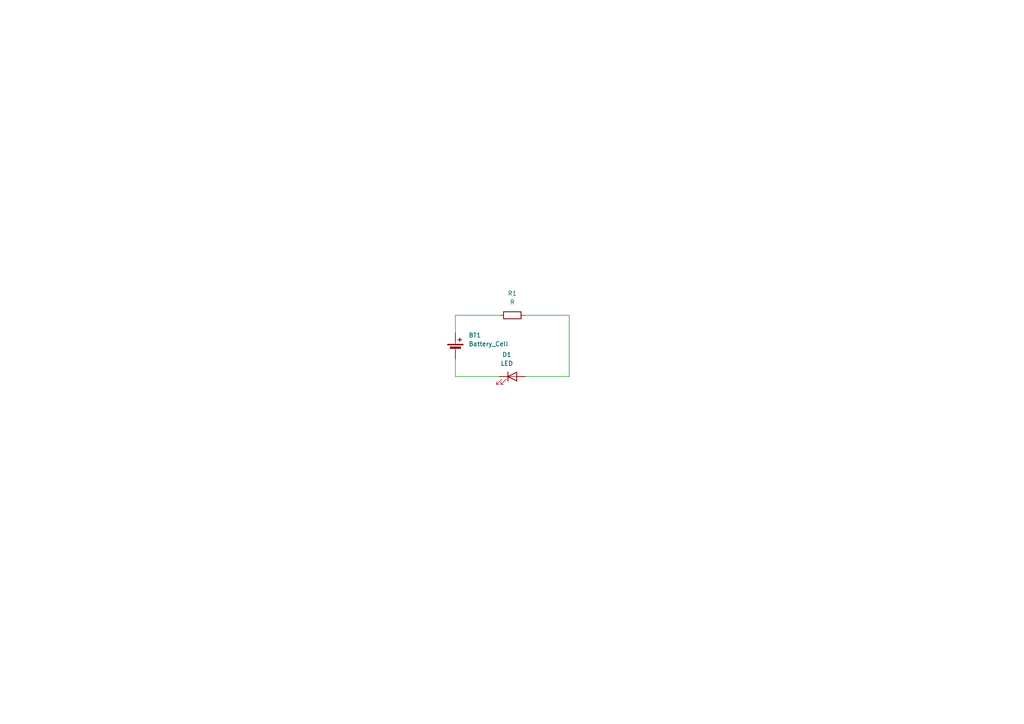
<source format=kicad_sch>
(kicad_sch (version 20231120) (generator "eeschema") (generator_version "8.0")
  (paper "A4")
  (lib_symbols
    (symbol "Device:Battery_Cell" (pin_numbers hide) (pin_names (offset 0) hide)
      (property "Reference" "BT" (at 2.54 2.54 0))
      (property "Value" "Battery_Cell" (at 2.54 0 0))
      (symbol "Battery_Cell_0_1"
        (rectangle (start -2.286 1.778) (end 2.286 1.524) (fill (type outline)))
        (rectangle (start -1.524 1.016) (end 1.524 0.508) (fill (type outline)))
        (polyline (pts (xy 0 0.762) (xy 0 0)))
        (polyline (pts (xy 0 1.778) (xy 0 2.54)))
        (polyline (pts (xy 0.762 3.048) (xy 1.778 3.048)) (stroke (width 0.254)))
        (polyline (pts (xy 1.27 3.556) (xy 1.27 2.54)) (stroke (width 0.254)))
      )
      (symbol "Battery_Cell_1_1"
        (pin passive line (at 0 5.08 270) (length 2.54) (name "+") (number "1"))
        (pin passive line (at 0 -2.54 90) (length 2.54) (name "-") (number "2"))
      )
    )
    (symbol "Device:LED" (pin_numbers hide) (pin_names (offset 1.016) hide)
      (property "Reference" "D" (at 0 2.54 0))
      (property "Value" "LED" (at 0 -2.54 0))
      (symbol "LED_0_1"
        (polyline (pts (xy -1.27 -1.27) (xy -1.27 1.27)) (stroke (width 0.254)))
        (polyline (pts (xy -1.27 0) (xy 1.27 0)))
        (polyline (pts (xy 1.27 -1.27) (xy 1.27 1.27) (xy -1.27 0) (xy 1.27 -1.27)) (stroke (width 0.254)))
        (polyline (pts (xy -3.048 -0.762) (xy -4.572 -2.286) (xy -3.81 -2.286) (xy -4.572 -2.286) (xy -4.572 -1.524)))
        (polyline (pts (xy -1.778 -0.762) (xy -3.302 -2.286) (xy -2.54 -2.286) (xy -3.302 -2.286) (xy -3.302 -1.524)))
      )
      (symbol "LED_1_1"
        (pin passive line (at -3.81 0 0) (length 2.54) (name "K") (number "1"))
        (pin passive line (at 3.81 0 180) (length 2.54) (name "A") (number "2"))
      )
    )
    (symbol "Device:R" (pin_numbers hide) (pin_names (offset 0))
      (property "Reference" "R" (at 2.032 0 90))
      (property "Value" "R" (at 0 0 90))
      (symbol "R_0_1"
        (rectangle (start -1.016 -2.54) (end 1.016 2.54) (stroke (width 0.254)))
      )
      (symbol "R_1_1"
        (pin passive line (at 0 3.81 270) (length 1.27) (name "~") (number "1"))
        (pin passive line (at 0 -3.81 90) (length 1.27) (name "~") (number "2"))
      )
    )
  )
  (wire (pts (xy 165.1 91.44) (xy 165.1 109.22)))
  (wire (pts (xy 132.08 91.44) (xy 144.78 91.44)))
  (wire (pts (xy 152.4 91.44) (xy 165.1 91.44)))
  (wire (pts (xy 132.08 91.44) (xy 132.08 96.52)))
  (wire (pts (xy 132.08 109.22) (xy 132.08 104.14)))
  (wire (pts (xy 144.78 109.22) (xy 132.08 109.22)))
  (wire (pts (xy 165.1 109.22) (xy 152.4 109.22)))
  (symbol (lib_id "Device:R") (at 148.59 91.44 90) (unit 1)
    (property "Reference" "R1" (at 148.59 85.09 90))
    (property "Value" "R" (at 148.59 87.63 90))
    (property "Footprint" "Resistor_SMD:R_0805_2012Metric_Pad1.20x1.40mm_HandSolder" (effects (hide yes)))
    (property "Description" "Resistor" (effects (hide yes)))
  )
  (symbol (lib_id "Device:Battery_Cell") (at 132.08 101.6 0) (unit 1)
    (property "Reference" "BT1" (at 135.89 97.2184 0) (effects (justify left)))
    (property "Value" "Battery_Cell" (at 135.89 99.7584 0) (effects (justify left)))
    (property "Footprint" "FS_3_Global_Footprint_Library:MS621FE-FL11E_SEC" (effects (hide yes)))
    (property "Description" "Single-cell battery" (effects (hide yes)))
  )
  (symbol (lib_id "Device:LED") (at 148.59 109.22 0) (unit 1)
    (property "Reference" "D1" (at 147.0025 102.87 0))
    (property "Value" "LED" (at 147.0025 105.41 0))
    (property "Footprint" "LED_SMD:LED_0805_2012Metric_Pad1.15x1.40mm_HandSolder" (effects (hide yes)))
    (property "Description" "Light emitting diode" (effects (hide yes)))
  )
)
</source>
